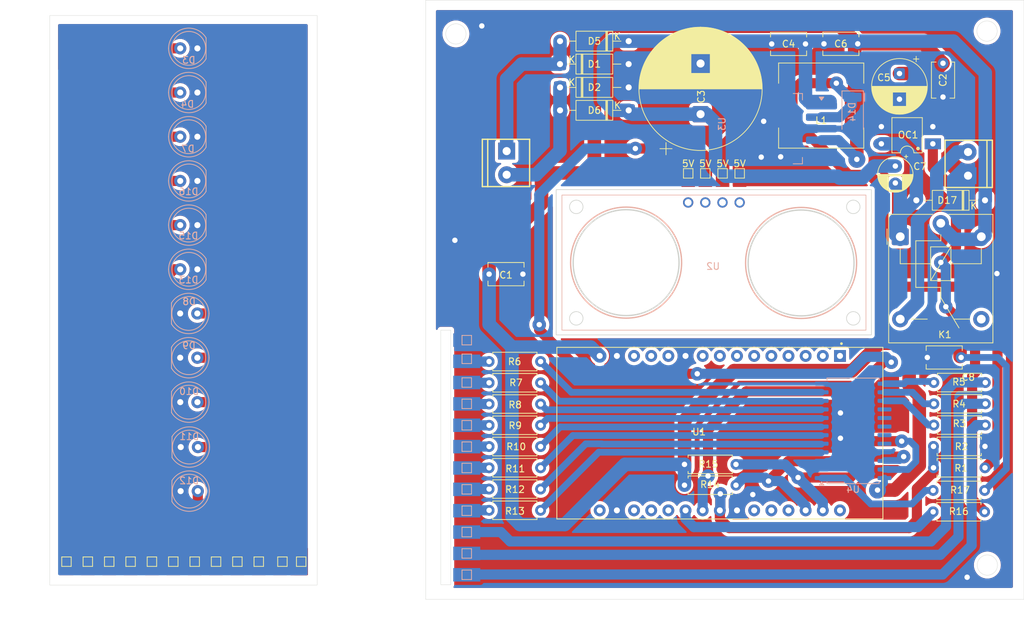
<source format=kicad_pcb>
(kicad_pcb (version 20241229) (generator "pcbnew") (generator_version "9.0")
  (layers (0 "F.Cu" signal) (2 "B.Cu" signal) (13 "F.Paste" user) (15 "B.Paste" user) (5 "F.SilkS" user "F.Silkscreen") (7 "B.SilkS" user "B.Silkscreen") (1 "F.Mask" user) (3 "B.Mask" user) (25 "Edge.Cuts" user))
  (net 0 "")
  (net 1 "/TRIG")
  (net 2 "GND")
  (net 3 "/PUMP_ON{slash}OFF")
  (net 4 "3V3")
  (net 5 "Net-(U2-ECHO)")
  (net 6 "Net-(U4-~{INT})")
  (net 7 "3V3_1")
  (net 9 "/SDA")
  (net 12 "/SCL")
  (net 13 "/ECHO")
  (net 15 "+5V")
  (net 23 "3V3_2")
  (net 28 "VIN")
  (net 29 "Net-(D17-A)")
  (net 30 "Net-(D1-K)")
  (net 31 "Net-(D2-K)")
  (net 32 "Net-(D3-A)")
  (net 33 "Net-(D4-A)")
  (net 34 "Net-(D7-A)")
  (net 35 "Net-(D8-A)")
  (net 36 "Net-(D9-A)")
  (net 37 "Net-(D10-A)")
  (net 38 "Net-(D11-A)")
  (net 39 "Net-(D12-A)")
  (net 40 "Net-(D13-A)")
  (net 41 "Net-(D14-K)")
  (net 42 "Net-(D15-A)")
  (net 43 "Net-(D16-A)")
  (net 45 "Net-(OC1-Pad1)")
  (net 46 "/0%")
  (net 47 "/10%")
  (net 48 "/20%")
  (net 50 "/30%")
  (net 51 "/40%")
  (net 52 "/50%")
  (net 53 "/60%")
  (net 54 "/70%")
  (net 55 "/80%")
  (net 56 "/90%")
  (net 57 "/100%")
  (net 64 "Net-(J2-Pin_2)")
  (footprint "Capacitor_THT:C_Disc_D5.1mm_W3.2mm_P5.00mm" (layer "F.Cu") (at 222.093669 111.304091 180)
    (property "Reference" "C8")
    (property "Value" "100nF")
  )
  (footprint "TestPoint:TestPoint_Pad_1.0x1.0mm" (layer "F.Cu") (at 89.678636 141.52325)
    (property "Reference" "5V" (hide yes))
    (property "Value" "TestPoint_Pad_1.0x1.0mm")
  )
  (footprint "Inductor_SMD:L_12x12mm_H4.5mm" (layer "F.Cu") (at 201.384091 74.024091)
    (property "Reference" "L1")
    (property "Value" "33uH")
  )
  (footprint "TestPoint:TestPoint_Pad_1.0x1.0mm" (layer "F.Cu") (at 105.49 141.52325)
    (property "Reference" "5V" (hide yes))
    (property "Value" "TestPoint_Pad_1.0x1.0mm")
  )
  (footprint "Capacitor_THT:C_Disc_D5.1mm_W3.2mm_P5.00mm" (layer "F.Cu") (at 152.234091 98.969091)
    (property "Reference" "C1")
    (property "Value" "100nF")
  )
  (footprint "Resistor_THT:R_Axial_DIN0207_L6.3mm_D2.5mm_P7.62mm_Horizontal" (layer "F.Cu") (at 188.769091 130.209091 180)
    (property "Reference" "R14")
    (property "Value" "10k")
  )
  (footprint "Relay_THT:Relay_SPDT_Finder_36.11" (layer "F.Cu") (at 213.084091 93.429091)
    (property "Reference" "K1")
    (property "Value" "10A RELAY")
  )
  (footprint "TestPoint:TestPoint_Pad_1.0x1.0mm" (layer "F.Cu") (at 186.789091 84.059091)
    (property "Reference" "5V")
    (property "Value" "TestPoint_Pad_1.0x1.0mm")
  )
  (footprint "TestPoint:TestPoint_Pad_1.0x1.0mm" (layer "F.Cu") (at 124.413636 141.52325)
    (property "Reference" "5V" (hide yes))
    (property "Value" "TestPoint_Pad_1.0x1.0mm")
  )
  (footprint "TestPoint:TestPoint_Pad_1.0x1.0mm" (layer "F.Cu") (at 181.699091 84.059091)
    (property "Reference" "5V")
    (property "Value" "TestPoint_Pad_1.0x1.0mm")
  )
  (footprint "TestPoint:TestPoint_Pad_1.0x1.0mm" (layer "F.Cu") (at 108.652272 141.52325)
    (property "Reference" "5V" (hide yes))
    (property "Value" "TestPoint_Pad_1.0x1.0mm")
  )
  (footprint "TestPoint:TestPoint_Pad_1.0x1.0mm" (layer "F.Cu") (at 121.643636 141.52325)
    (property "Reference" "5V" (hide yes))
    (property "Value" "TestPoint_Pad_1.0x1.0mm")
  )
  (footprint "TestPoint:TestPoint_Pad_1.0x1.0mm" (layer "F.Cu") (at 118.139091 141.52325)
    (property "Reference" "5V" (hide yes))
    (property "Value" "TestPoint_Pad_1.0x1.0mm")
  )
  (footprint "Resistor_THT:R_Axial_DIN0207_L6.3mm_D2.5mm_P7.62mm_Horizontal" (layer "F.Cu") (at 159.854091 124.486364 180)
    (property "Reference" "R10")
    (property "Value" "220")
  )
  (footprint "Diode_THT:D_A-405_P10.16mm_Horizontal" (layer "F.Cu") (at 162.729091 71.329091)
    (property "Reference" "D2")
    (property "Value" "1N4007")
  )
  (footprint "TestPoint:TestPoint_Pad_1.0x1.0mm" (layer "F.Cu") (at 102.327727 141.52325)
    (property "Reference" "5V" (hide yes))
    (property "Value" "TestPoint_Pad_1.0x1.0mm")
  )
  (footprint "Resistor_THT:R_Axial_DIN0207_L6.3mm_D2.5mm_P7.62mm_Horizontal" (layer "F.Cu") (at 218.058669 115.014091)
    (property "Reference" "R5")
    (property "Value" "220")
  )
  (footprint "Diode_THT:D_A-405_P10.16mm_Horizontal" (layer "F.Cu") (at 172.889091 74.724091 180)
    (property "Reference" "D6")
    (property "Value" "1N4007")
  )
  (footprint "TestPoint:TestPoint_Pad_1.0x1.0mm" (layer "F.Cu") (at 111.814545 141.52325)
    (property "Reference" "5V" (hide yes))
    (property "Value" "TestPoint_Pad_1.0x1.0mm")
  )
  (footprint "Resistor_THT:R_Axial_DIN0207_L6.3mm_D2.5mm_P7.62mm_Horizontal" (layer "F.Cu") (at 218.058669 121.305909)
    (property "Reference" "R3")
    (property "Value" "220")
  )
  (footprint "Resistor_THT:R_Axial_DIN0207_L6.3mm_D2.5mm_P7.62mm_Horizontal" (layer "F.Cu") (at 159.854091 115.048636 180)
    (property "Reference" "R7")
    (property "Value" "220")
  )
  (footprint "TestPoint:TestPoint_Pad_1.0x1.0mm" (layer "F.Cu") (at 99.165454 141.52325)
    (property "Reference" "5V" (hide yes))
    (property "Value" "TestPoint_Pad_1.0x1.0mm")
  )
  (footprint "Resistor_THT:R_Axial_DIN0207_L6.3mm_D2.5mm_P7.62mm_Horizontal" (layer "F.Cu") (at 159.854091 127.632273 180)
    (property "Reference" "R11")
    (property "Value" "220")
  )
  (footprint "Resistor_THT:R_Axial_DIN0207_L6.3mm_D2.5mm_P7.62mm_Horizontal" (layer "F.Cu") (at 159.854091 111.902727 180)
    (property "Reference" "R6")
    (property "Value" "220")
  )
  (footprint "Resistor_THT:R_Axial_DIN0207_L6.3mm_D2.5mm_P7.62mm_Horizontal" (layer "F.Cu") (at 159.854091 121.340455 180)
    (property "Reference" "R9")
    (property "Value" "330")
  )
  (footprint "TestPoint:TestPoint_Pad_1.0x1.0mm" (layer "F.Cu") (at 96.003181 141.52325)
    (property "Reference" "5V" (hide yes))
    (property "Value" "TestPoint_Pad_1.0x1.0mm")
  )
  (footprint "TestPoint:TestPoint_Pad_1.0x1.0mm" (layer "F.Cu") (at 92.840909 141.52325)
    (property "Reference" "5V" (hide yes))
    (property "Value" "TestPoint_Pad_1.0x1.0mm")
  )
  (footprint "Resistor_THT:R_Axial_DIN0207_L6.3mm_D2.5mm_P7.62mm_Horizontal" (layer "F.Cu") (at 218.003669 127.629091)
    (property "Reference" "R1")
    (property "Value" "1K")
  )
  (footprint "PCM_Package_DIP_AKL:DIP-4_W7.62mm_LongPads" (layer "F.Cu") (at 217.909091 79.679091 180)
    (property "Reference" "OC1")
    (property "Value" "PC817" (hide yes))
  )
  (footprint "Resistor_THT:R_Axial_DIN0207_L6.3mm_D2.5mm_P7.62mm_Horizontal" (layer "F.Cu") (at 217.953669 130.984091)
    (property "Reference" "R17")
    (property "Value" "10k")
  )
  (footprint "Capacitor_THT:C_Disc_D5.1mm_W3.2mm_P5.00mm" (layer "F.Cu") (at 219.414091 67.754091 -90)
    (property "Reference" "C2")
    (property "Value" "100nF")
  )
  (footprint "Resistor_THT:R_Axial_DIN0207_L6.3mm_D2.5mm_P7.62mm_Horizontal" (layer "F.Cu") (at 159.854091 118.194546 180)
    (property "Reference" "R8")
    (property "Value" "220")
  )
  (footprint "TestPoint:TestPoint_Pad_1.0x1.0mm" (layer "F.Cu") (at 114.976818 141.52325)
    (property "Reference" "5V" (hide yes))
    (property "Value" "TestPoint_Pad_1.0x1.0mm")
  )
  (footprint "Capacitor_THT:CP_Radial_D5.0mm_P2.50mm" (layer "F.Cu") (at 212.359091 82.974091 -90)
    (property "Reference" "C7")
    (property "Value" "10uF_16V")
  )
  (footprint "TestPoint:TestPoint_Pad_1.0x1.0mm" (layer "F.Cu") (at 184.234091 84.059091)
    (property "Reference" "5V")
    (property "Value" "TestPoint_Pad_1.0x1.0mm")
  )
  (footprint "PCM_SparkFun-Connector:ScrewTerminal_1x02_P3.5mm_Horizontal_Black" (layer "F.Cu") (at 154.829091 80.759091 -90)
    (property "Reference" "J1")
    (property "Value" "12VAC_IN")
  )
  (footprint "Diode_THT:D_A-405_P10.16mm_Horizontal" (layer "F.Cu") (at 172.889091 64.484091 180)
    (property "Reference" "D5")
    (property "Value" "1N4007")
  )
  (footprint "Diode_THT:D_A-405_P10.16mm_Horizontal" (layer "F.Cu") (at 225.629091 88.039091 180)
    (property "Reference" "D17")
    (property "Value" "1N4007")
  )
  (footprint "Footprint:nodemcu" (layer "F.Cu") (at 186.384091 122.504091 -90)
    (property "Reference" "U1")
    (property "Value" "ESP8266 NODEMCU")
  )
  (footprint "TestPoint:TestPoint_Pad_1.0x1.0mm" (layer "F.Cu") (at 189.314091 84.059091)
    (property "Reference" "5V")
    (property "Value" "TestPoint_Pad_1.0x1.0mm")
  )
  (footprint "Capacitor_THT:C_Disc_D5.1mm_W3.2mm_P5.00mm" (layer "F.Cu") (at 199.059091 64.899091 180)
    (property "Reference" "C4")
    (property "Value" "100nF")
  )
  (footprint "Capacitor_THT:CP_Radial_D8.0mm_P3.80mm" (layer "F.Cu") (at 212.969091 69.279091 -90)
    (property "Reference" "C5")
    (property "Value" "220uF_16V")
  )
  (footprint "Resistor_THT:R_Axial_DIN0207_L6.3mm_D2.5mm_P7.62mm_Horizontal" (layer "F.Cu") (at 159.854091 133.924091 180)
    (property "Reference" "R13")
    (property "Value" "220")
  )
  (footprint "Capacitor_THT:C_Disc_D5.1mm_W3.2mm_P5.00mm" (layer "F.Cu") (at 206.794091 64.879091 180)
    (property "Reference" "C6")
    (property "Value" "100nF")
  )
  (footprint "Resistor_THT:R_Axial_DIN0207_L6.3mm_D2.5mm_P7.62mm_Horizontal" (layer "F.Cu") (at 188.769091 127.129091 180)
    (property "Reference" "R15")
    (property "Value" "10k")
  )
  (footprint "Resistor_THT:R_Axial_DIN0207_L6.3mm_D2.5mm_P7.62mm_Horizontal" (layer "F.Cu") (at 225.623669 124.464091 180)
    (property "Reference" "R2")
    (property "Value" "2K")
  )
  (footprint "Resistor_THT:R_Axial_DIN0207_L6.3mm_D2.5mm_P7.62mm_Horizontal" (layer "F.Cu") (at 159.854091 130.778182 180)
    (property "Reference" "R12")
    (property "Value" "220")
  )
  (footprint "Resistor_THT:R_Axial_DIN0207_L6.3mm_D2.5mm_P7.62mm_Horizontal" (layer "F.Cu") (at 225.573669 134.149091 180)
    (property "Reference" "R16")
    (property "Value" "150")
  )
  (footprint "Diode_THT:D_A-405_P10.16mm_Horizontal" (layer "F.Cu") (at 162.724091 67.884091)
    (property "Reference" "D1")
    (property "Value" "1N4007")
  )
  (footprint "Resistor_THT:R_Axial_DIN0207_L6.3mm_D2.5mm_P7.62mm_Horizontal" (layer "F.Cu") (at 218.058669 118.16)
    (property "Reference" "R4")
    (property "Value" "220")
  )
  (footprint "PCM_SparkFun-Connector:ScrewTerminal_1x02_P3.5mm_Horizontal_Black" (layer "F.Cu") (at 223.119091 84.394091 90)
    (property "Reference" "J2")
    (property "Value" "PUMP")
  )
  (footprint "Capacitor_THT:CP_Radial_D18.0mm_P7.50mm" (layer "F.Cu") (at 183.529091 75.294091 90)
    (property "Reference" "C3")
    (property "Value" "2200uF_25V")
  )
  (footprint "LED_THT:LED_D5.0mm" (layer "B.Cu") (at 106.51 111.34)
    (property "Reference" "D9")
    (property "Value" "LED_75%")
  )
  (footprint "TestPoint:TestPoint_Pad_1.0x1.0mm" (layer "B.Cu") (at 148.924091 115.01 90)
    (property "Reference" "5V" (hide yes))
    (property "Value" "TestPoint_Pad_1.0x1.0mm")
  )
  (footprint "LED_THT:LED_D5.0mm" (layer "B.Cu") (at 106.575 131.085)
    (property "Reference" "D12")
    (property "Value" "LED_25%")
  )
  (footprint "TestPoint:TestPoint_Pad_1.0x1.0mm" (layer "B.Cu") (at 148.924091 127.659091 90)
    (property "Reference" "5V" (hide yes))
    (property "Value" "TestPoint_Pad_1.0x1.0mm")
  )
  (footprint "TestPoint:TestPoint_Pad_1.0x1.0mm" (layer "B.Cu") (at 148.924091 143.470455 90)
    (property "Reference" "5V" (hide yes))
    (property "Value" "TestPoint_Pad_1.0x1.0mm")
  )
  (footprint "LED_THT:LED_D5.0mm" (layer "B.Cu") (at 109.055 98.2555 180)
    (property "Reference" "D13")
    (property "Value" "LED_50%")
  )
  (footprint "LED_THT:LED_D5.0mm" (layer "B.Cu") (at 109.055 85.1733 180)
    (property "Reference" "D16")
    (property "Value" "LED_100%")
  )
  (footprint "TestPoint:TestPoint_Pad_1.0x1.0mm" (layer "B.Cu") (at 148.924091 111.505455 90)
    (property "Reference" "5V" (hide yes))
    (property "Value" "TestPoint_Pad_1.0x1.0mm")
  )
  (footprint "LED_THT:LED_D5.0mm" (layer "B.Cu") (at 109.055 72.0911 180)
    (property "Reference" "D4")
    (property "Value" "LED_0%")
  )
  (footprint "TestPoint:TestPoint_Pad_1.0x1.0mm" (layer "B.Cu") (at 148.924091 121.334546 90)
    (property "Reference" "5V" (hide yes))
    (property "Value" "TestPoint_Pad_1.0x1.0mm")
  )
  (footprint "TestPoint:TestPoint_Pad_1.0x1.0mm" (layer "B.Cu") (at 148.924091 130.821364 90)
    (property "Reference" "5V" (hide yes))
    (property "Value" "TestPoint_Pad_1.0x1.0mm")
  )
  (footprint "LED_THT:LED_D5.0mm" (layer "B.Cu") (at 106.52 117.915)
    (property "Reference" "D10")
    (property "Value" "LED_100%")
  )
  (footprint "LED_THT:LED_D5.0mm" (layer "B.Cu") (at 109.055 78.6322 180)
    (property "Reference" "D7")
    (property "Value" "LED_25%")
  )
  (footprint "LED_THT:LED_D5.0mm" (layer "B.Cu") (at 109.055 65.55 180)
    (property "Reference" "D3")
    (property "Value" "LED_0%")
  )
  (footprint "TestPoint:TestPoint_Pad_1.0x1.0mm" (layer "B.Cu") (at 148.924091 133.983637 90)
    (property "Reference" "5V" (hide yes))
    (property "Value" "TestPoint_Pad_1.0x1.0mm")
  )
  (footprint "LED_THT:LED_D5.0mm" (layer "B.Cu") (at 106.505 104.79)
    (property "Reference" "D8")
    (property "Value" "LED_50%")
  )
  (footprint "Package_TO_SOT_SMD:TO-263-5_TabPin3" (layer "B.Cu") (at 193.779091 77.439091 180)
    (property "Reference" "U3")
    (property "Value" "LM2596S-5V")
  )
  (footprint "TestPoint:TestPoint_Pad_1.0x1.0mm" (layer "B.Cu") (at 148.924091 140.308182 90)
    (property "Reference" "5V" (hide yes))
    (property "Value" "TestPoint_Pad_1.0x1.0mm")
  )
  (footprint "TestPoint:TestPoint_Pad_1.0x1.0mm" (layer "B.Cu") (at 148.924091 108.735455 90)
    (property "Reference" "5V" (hide yes))
    (property "Value" "TestPoint_Pad_1.0x1.0mm")
  )
  (footprint "LED_THT:LED_D5.0mm" (layer "B.Cu") (at 106.595 124.565)
    (property "Reference" "D11")
    (property "Value" "LED_0%")
  )
  (footprint "LED_THT:LED_D5.0mm" (layer "B.Cu") (at 109.055 91.7144 180)
    (property "Reference" "D15")
    (property "Value" "LED_75%")
  )
  (footprint "TestPoint:TestPoint_Pad_1.0x1.0mm" (layer "B.Cu") (at 148.924091 137.14591 90)
    (property "Reference" "5V" (hide yes))
    (property "Value" "TestPoint_Pad_1.0x1.0mm")
  )
  (footprint "TestPoint:TestPoint_Pad_1.0x1.0mm" (layer "B.Cu") (at 148.924091 118.172273 90)
    (property "Reference" "5V" (hide yes))
    (property "Value" "TestPoint_Pad_1.0x1.0mm")
  )
  (footprint "TestPoint:TestPoint_Pad_1.0x1.0mm" (layer "B.Cu") (at 148.924091 124.496819 90)
    (property "Reference" "5V" (hide yes))
    (property "Value" "TestPoint_Pad_1.0x1.0mm")
  )
  (footprint "Footprint:XCVR_HC-SR04" (layer "B.Cu") (at 185.384091 97.814091)
    (property "Reference" "U2")
    (property "Value" "HC-SR04")
    (fp_rect (start -23.225 10.15) (end 23.425 -11.35) (stroke (width 0.1)) (fill no) (layer "Edge.Cuts"))
    (fp_circle (center -20.25 -8.8) (end -19.25 -8.8) (stroke (width 0.1)) (fill no) (layer "Edge.Cuts"))
    (fp_circle (center -20.25 7.7) (end -19.25 7.7) (stroke (width 0.1)) (fill no) (layer "Edge.Cuts"))
    (fp_circle (center -12.875 -0.548152) (end -7.333957 -6.089195) (stroke (width 0.2)) (fill no) (layer "Edge.Cuts"))
    (fp_circle (center 13.025 -0.5) (end 18.566043 -6.041043) (stroke (width 0.2)) (fill no) (layer "Edge.Cuts"))
    (fp_circle (center 20.75 -8.8) (end 21.75 -8.8) (stroke (width 0.1)) (fill no) (layer "Edge.Cuts"))
    (fp_circle (center 20.75 7.7) (end 21.75 7.7) (stroke (width 0.1)) (fill no) (layer "Edge.Cuts"))
  )
  (footprint "Package_SO:SOIC-24W_7.5x15.4mm_P1.27mm" (layer "B.Cu") (at 206.104091 122.169091)
    (property "Reference" "U4")
    (property "Value" "PCA9555D")
  )
  (footprint "Diode_SMD:D_2010_5025Metric" (layer "B.Cu") (at 206.044091 75.034091 -90)
    (property "Reference" "D14")
    (property "Value" "1N5824")
  )
  (gr_circle (center 225.979091 142.029091) (end 227.479091 142.029091) (stroke (width 0.05)) (fill no) (layer "Edge.Cuts"))
  (gr_rect (start 145.090341 107.259091) (end 146.567841 144.934091) (stroke (width 0.05)) (fill no) (layer "Edge.Cuts"))
  (gr_circle (center 225.929091 62.994091) (end 227.429091 62.994091) (stroke (width 0.05)) (fill no) (layer "Edge.Cuts"))
  (gr_rect (start 87.21 60.69) (end 126.78 144.99) (stroke (width 0.05)) (fill no) (layer "Edge.Cuts"))
  (gr_circle (center 147.319091 63.414091) (end 148.819091 63.414091) (stroke (width 0.05)) (fill no) (layer "Edge.Cuts"))
  (gr_rect (start 142.849091 58.419091) (end 231.394091 147.114091) (stroke (width 0.05)) (fill no) (layer "Edge.Cuts"))
  (segment (start 184.634091 121.974091) (end 184.634091 128.839091) (width 1.5) (layer "F.Cu") (net 1))
  (segment (start 211.634091 111.889091) (end 210.719091 111.889091) (width 1.5) (layer "F.Cu") (net 1))
  (segment (start 166.14491 113.719091) (end 159.654091 107.228272) (width 1.5) (layer "F.Cu") (net 1))
  (segment (start 159.654091 107.228272) (end 159.654091 106.444091) (width 1.5) (layer "F.Cu") (net 1))
  (segment (start 183.039091 113.719091) (end 166.14491 113.719091) (width 1.5) (layer "F.Cu") (net 1))
  (segment (start 190.299091 116.309091) (end 184.634091 121.974091) (width 1.5) (layer "F.Cu") (net 1))
  (segment (start 210.719091 111.889091) (end 206.299091 116.309091) (width 1.5) (layer "F.Cu") (net 1))
  (segment (start 184.234091 84.059091) (end 184.234091 81.492091) (width 1.5) (layer "F.Cu") (net 1))
  (segment (start 184.234091 81.492091) (end 183.121091 80.379091) (width 1.5) (layer "F.Cu") (net 1))
  (segment (start 211.754091 112.009091) (end 211.634091 111.889091) (width 1.5) (layer "F.Cu") (net 1))
  (segment (start 183.121091 80.379091) (end 173.879091 80.379091) (width 1.5) (layer "F.Cu") (net 1))
  (segment (start 206.299091 116.309091) (end 190.299091 116.309091) (width 1.5) (layer "F.Cu") (net 1))
  (via (at 159.654091 106.444091) (size 2) (drill 0.8) (layers "F.Cu" "B.Cu") (net 1))
  (via (at 183.039091 113.719091) (size 2) (drill 0.8) (layers "F.Cu" "B.Cu") (net 1))
  (via (at 184.634091 128.839091) (size 2) (drill 0.8) (layers "F.Cu" "B.Cu") (net 1))
  (via (at 173.879091 80.379091) (size 2) (drill 0.8) (layers "F.Cu" "B.Cu") (net 1))
  (via (at 211.754091 112.009091) (size 2) (drill 0.8) (layers "F.Cu" "B.Cu") (net 1))
  (segment (start 205.399091 113.719091) (end 207.909091 111.209091) (width 1.5) (layer "B.Cu") (net 1))
  (segment (start 207.909091 111.209091) (end 210.954091 111.209091) (width 1.5) (layer "B.Cu") (net 1))
  (segment (start 210.954091 111.209091) (end 211.754091 112.009091) (width 1.5) (layer "B.Cu") (net 1))
  (segment (start 183.039091 113.719091) (end 205.399091 113.719091) (width 1.5) (layer "B.Cu") (net 1))
  (segment (start 173.879091 80.379091) (end 166.47491 80.379091) (width 1.5) (layer "B.Cu") (net 1))
  (segment (start 166.47491 80.379091) (end 159.654091 87.19991) (width 1.5) (layer "B.Cu") (net 1))
  (segment (start 159.654091 87.19991) (end 159.654091 106.444091) (width 1.5) (layer "B.Cu") (net 1))
  (segment (start 183.844091 129.629091) (end 184.634091 128.839091) (width 1.5) (layer "B.Cu") (net 1))
  (segment (start 183.844091 133.934091) (end 183.844091 129.629091) (width 1.5) (layer "B.Cu") (net 1))
  (via (at 204.234091 123.259091) (size 2) (drill 0.8) (layers "F.Cu" "B.Cu") (net 2))
  (via (at 147.164091 93.959091) (size 2) (drill 0.8) (layers "F.Cu" "B.Cu") (net 2))
  (via (at 195.384091 81.604091) (size 2) (drill 0.8) (layers "F.Cu" "B.Cu") (net 2))
  (via (at 192.869091 76.349091) (size 2) (drill 0.8) (layers "F.Cu" "B.Cu") (net 2))
  (via (at 227.394091 98.884091) (size 2) (drill 0.8) (layers "F.Cu" "B.Cu") (net 2))
  (via (at 222.984091 143.829091) (size 2) (drill 0.8) (layers "F.Cu" "B.Cu") (net 2))
  (via (at 204.234091 119.514091) (size 2) (drill 0.8) (layers "F.Cu" "B.Cu") (net 2))
  (via (at 191.259091 131.594091) (size 2) (drill 0.8) (layers "F.Cu" "B.Cu") (net 2))
  (via (at 192.509091 81.649091) (size 2) (drill 0.8) (layers "F.Cu" "B.Cu") (net 2))
  (via (at 151.149091 62.234091) (size 2) (drill 0.8) (layers "F.Cu" "B.Cu") (net 2))
  (segment (start 172.884091 67.884091) (end 183.439091 67.884091) (width 2) (layer "B.Cu") (net 2))
  (segment (start 183.439091 67.884091) (end 183.529091 67.794091) (width 2) (layer "B.Cu") (net 2))
  (segment (start 172.884091 67.884091) (end 172.884091 71.324091) (width 2) (layer "B.Cu") (net 2))
  (segment (start 172.884091 71.324091) (end 172.889091 71.329091) (width 2) (layer "B.Cu") (net 2))
  (segment (start 106.53 117.925) (end 106.52 117.915) (width 2) (layer "B.Cu") (net 2))
  (segment (start 181.304091 133.934091) (end 181.304091 135.173366) (width 1.5) (layer "B.Cu") (net 3))
  (segment (start 182.539816 136.409091) (end 215.693669 136.409091) (width 1.5) (layer "B.Cu") (net 3))
  (segment (start 181.304091 135.173366) (end 182.539816 136.409091) (width 1.5) (layer "B.Cu") (net 3))
  (segment (start 217.953669 134.149091) (end 215.693669 136.409091) (width 1.5) (layer "B.Cu") (net 3))
  (segment (start 210.604091 86.336801) (end 208.547381 84.280091) (width 1.5) (layer "F.Cu") (net 5))
  (segment (start 208.547381 84.280091) (end 205.480091 84.280091) (width 1.5) (layer "F.Cu") (net 5))
  (segment (start 186.789091 79.974091) (end 186.789091 84.059091) (width 1.5) (layer "F.Cu") (net 5))
  (segment (start 225.623669 127.629091) (end 227.474669 125.778091) (width 1.5) (layer "F.Cu") (net 5))
  (segment (start 199.894091 78.694091) (end 188.069091 78.694091) (width 1.5) (layer "F.Cu") (net 5))
  (segment (start 205.480091 84.280091) (end 199.894091 78.694091) (width 1.5) (layer "F.Cu") (net 5))
  (segment (start 211.914091 100.834091) (end 210.604091 99.524091) (width 1.5) (layer "F.Cu") (net 5))
  (segment (start 210.604091 99.524091) (end 210.604091 86.336801) (width 1.5) (layer "F.Cu") (net 5))
  (segment (start 227.474669 125.778091) (end 227.474669 102.379669) (width 1.5) (layer "F.Cu") (net 5))
  (segment (start 227.474669 102.379669) (end 225.929091 100.834091) (width 1.5) (layer "F.Cu") (net 5))
  (segment (start 188.069091 78.694091) (end 186.789091 79.974091) (width 1.5) (layer "F.Cu") (net 5))
  (segment (start 225.929091 100.834091) (end 211.914091 100.834091) (width 1.5) (layer "F.Cu") (net 5))
  (segment (start 208.729091 132.979091) (end 214.827299 132.979091) (width 1) (layer "B.Cu") (net 6))
  (segment (start 216.822299 130.984091) (end 217.953669 130.984091) (width 1) (layer "B.Cu") (net 6))
  (segment (start 204.904091 129.154091) (end 208.729091 132.979091) (width 1) (layer "B.Cu") (net 6))
  (segment (start 214.827299 132.979091) (end 216.822299 130.984091) (width 1) (layer "B.Cu") (net 6))
  (segment (start 201.454091 129.154091) (end 204.904091 129.154091) (width 1) (layer "B.Cu") (net 6))
  (segment (start 193.579091 129.594091) (end 196.519091 126.654091) (width 1.5) (layer "F.Cu") (net 9))
  (segment (start 207.414091 123.694091) (end 213.294091 123.694091) (width 1.5) (layer "F.Cu") (net 9))
  (segment (start 204.454091 126.654091) (end 207.414091 123.694091) (width 1.5) (layer "F.Cu") (net 9))
  (segment (start 196.519091 126.654091) (end 204.454091 126.654091) (width 1.5) (layer "F.Cu") (net 9))
  (via (at 193.579091 129.594091) (size 2) (drill 0.8) (layers "F.Cu" "B.Cu") (net 9))
  (via (at 213.294091 123.694091) (size 2) (drill 0.8) (layers "F.Cu" "B.Cu") (net 9))
  (segment (start 189.879091 129.099091) (end 188.769091 130.209091) (width 1.5) (layer "B.Cu") (net 9))
  (segment (start 214.228176 127.884091) (end 215.391333 126.720934) (width 1) (layer "B.Cu") (net 9))
  (segment (start 211.325397 127.884091) (end 214.228176 127.884091) (width 1) (layer "B.Cu") (net 9))
  (segment (start 195.404091 129.594091) (end 193.579091 129.594091) (width 1.5) (layer "B.Cu") (net 9))
  (segment (start 215.391333 126.720934) (end 215.391333 124.526333) (width 1) (layer "B.Cu") (net 9))
  (segment (start 199.084091 133.934091) (end 199.084091 133.274091) (width 1.5) (layer "B.Cu") (net 9))
  (segment (start 215.391333 124.526333) (end 214.559091 123.694091) (width 1) (layer "B.Cu") (net 9))
  (segment (start 193.084091 129.099091) (end 189.879091 129.099091) (width 1.5) (layer "B.Cu") (net 9))
  (segment (start 214.559091 123.694091) (end 213.294091 123.694091) (width 1) (layer "B.Cu") (net 9))
  (segment (start 211.293397 127.852091) (end 211.325397 127.884091) (width 1) (layer "B.Cu") (net 9))
  (segment (start 199.084091 133.274091) (end 195.404091 129.594091) (width 1.5) (layer "B.Cu") (net 9))
  (segment (start 210.754091 127.852091) (end 211.293397 127.852091) (width 1) (layer "B.Cu") (net 9))
  (segment (start 193.579091 129.594091) (end 193.084091 129.099091) (width 1.5) (layer "B.Cu") (net 9))
  (segment (start 208.768247 125.974935) (end 213.590333 125.974935) (width 1.5) (layer "F.Cu") (net 12))
  (segment (start 213.590333 125.974935) (end 213.590333 126.115589) (width 1) (layer "F.Cu") (net 12))
  (segment (start 197.960361 129.069311) (end 205.673871 129.069311) (width 1.5) (layer "F.Cu") (net 12))
  (segment (start 205.673871 129.069311) (end 208.768247 125.974935) (width 1.5) (layer "F.Cu") (net 12))
  (via (at 197.960361 129.069311) (size 2) (drill 0.8) (layers "F.Cu" "B.Cu") (net 12))
  (via (at 213.590333 125.974935) (size 2) (drill 0.8) (layers "F.Cu" "B.Cu") (net 12))
  (segment (start 213.015177 126.550091) (end 210.754091 126.550091) (width 1) (layer "B.Cu") (net 12))
  (segment (start 201.624091 132.733041) (end 197.960361 129.069311) (width 1.5) (layer "B.Cu") (net 12))
  (segment (start 213.590333 125.974935) (end 213.015177 126.550091) (width 1) (layer "B.Cu") (net 12))
  (segment (start 196.020141 127.129091) (end 196.435141 127.544091) (width 1.5) (layer "B.Cu") (net 12))
  (segment (start 188.769091 127.129091) (end 196.020141 127.129091) (width 1.5) (layer "B.Cu") (net 12))
  (segment (start 201.624091 133.934091) (end 201.624091 132.733041) (width 1.5) (layer "B.Cu") (net 12))
  (segment (start 201.624091 132.733041) (end 196.435141 127.544091) (width 1.5) (layer "B.Cu") (net 12))
  (segment (start 197.960361 129.069311) (end 196.435141 127.544091) (width 1.5) (layer "B.Cu") (net 12))
  (segment (start 218.003669 127.629091) (end 218.003669 128.457803) (width 1.5) (layer "F.Cu") (net 13))
  (segment (start 215.549091 130.704091) (end 218.019863 128.233319) (width 1.5) (layer "F.Cu") (net 13))
  (segment (start 215.549091 135.399091) (end 215.549091 130.704091) (width 1.5) (layer "F.Cu") (net 13))
  (segment (start 186.454091 134.189705) (end 186.454091 131.484091) (width 1.5) (layer "F.Cu") (net 13))
  (segment (start 214.394091 136.554091) (end 215.549091 135.399091) (width 1.5) (layer "F.Cu") (net 13))
  (segment (start 187.764816 136.554091) (end 214.394091 136.554091) (width 1.5) (layer "F.Cu") (net 13))
  (segment (start 186.384091 135.173366) (end 187.764816 136.554091) (width 1.5) (layer "F.Cu") (net 13))
  (segment (start 218.019863 128.233319) (end 218.019863 127.645285) (width 1.5) (layer "F.Cu") (net 13))
  (segment (start 186.384091 133.934091) (end 186.384091 135.173366) (width 1.5) (layer "F.Cu") (net 13))
  (via (at 186.454091 131.484091) (size 2) (drill 0.8) (layers "F.Cu" "B.Cu") (net 13))
  (segment (start 186.454091 133.864091) (end 186.384091 133.934091) (width 1.5) (layer "B.Cu") (net 13))
  (segment (start 186.454091 131.484091) (end 186.454091 133.864091) (width 1.5) (layer "B.Cu") (net 13))
  (segment (start 218.003669 127.629091) (end 218.003669 124.464091) (width 1.5) (layer "B.Cu") (net 13))
  (segment (start 206.794091 64.879091) (end 216.539091 64.879091) (width 2) (layer "F.Cu") (net 15))
  (segment (start 181.159091 127.544091) (end 181.159091 120.569091) (width 2) (layer "F.Cu") (net 15))
  (segment (start 167.809091 83.934091) (end 167.749091 83.994091) (width 2) (layer "F.Cu") (net 15))
  (segment (start 167.809091 64.139091) (end 167.809091 66.904091) (width 2) (layer "F.Cu") (net 15))
  (segment (start 221.936091 110.116091) (end 221.023091 109.203091) (width 2) (layer "F.Cu") (net 15))
  (segment (start 215.902669 116.978954) (end 215.902669 127.285513) (width 2) (layer "F.Cu") (net 15))
  (segment (start 167.809091 81.174091) (end 167.809091 82.239091) (width 2) (layer "F.Cu") (net 15))
  (segment (start 216.223406 109.203091) (end 214.404091 111.022406) (width 2) (layer "F.Cu") (net 15))
  (segment (start 214.404091 111.022406) (end 214.404091 112.564091) (width 2) (layer "F.Cu") (net 15))
  (segment (start 167.809091 82.239091) (end 166.054091 83.994091) (width 2) (layer "F.Cu") (net 15))
  (segment (start 214.404091 109.778091) (end 213.829091 109.203091) (width 2) (layer "F.Cu") (net 15))
  (segment (start 218.469091 109.203091) (end 216.223406 109.203091) (width 2) (layer "F.Cu") (net 15))
  (segment (start 181.689091 83.994091) (end 169.069091 83.994091) (width 2) (layer "F.Cu") (net 15))
  (segment (start 159.994091 88.534091) (end 159.994091 85.394091) (width 2) (layer "F.Cu") (net 15))
  (segment (start 167.809091 80.034091) (end 167.809091 81.174091) (width 2) (layer "F.Cu") (net 15))
  (segment (start 169.069091 83.994091) (end 167.749091 83.994091) (width 2) (layer "F.Cu") (net 15))
  (segment (start 214.404091 112.564091) (end 214.404091 109.778091) (width 2) (layer "F.Cu") (net 15))
  (segment (start 188.476791 113.251391) (end 205.999091 113.251391) (width 2) (layer "F.Cu") (net 15))
  (segment (start 152.234091 98.969091) (end 152.234091 96.294091) (width 2) (layer "F.Cu") (net 15))
  (segment (start 167.749091 83.994091) (end 166.054091 83.994091) (width 2) (layer "F.Cu") (net 15))
  (segment (start 218.469091 109.203091) (end 213.829091 109.203091) (width 2) (layer "F.Cu") (net 15))
  (segment (start 210.047391 109.203091) (end 205.999091 113.251391) (width 2) (layer "F.Cu") (net 15))
  (segment (start 167.809091 66.904091) (end 167.809091 80.034091) (width 2) (layer "F.Cu") (net 15))
  (segment (start 206.659091 74.349091) (end 206.659091 81.979091) (width 2) (layer "F.Cu") (net 15))
  (segment (start 212.969091 69.279091) (end 217.889091 69.279091) (width 2) (layer "F.Cu") (net 15))
  (segment (start 214.404091 115.480377) (end 215.902669 116.978954) (width 2) (layer "F.Cu") (net 15))
  (segment (start 159.994091 85.394091) (end 161.394091 83.994091) (width 2) (layer "F.Cu") (net 15))
  (segment (start 206.334091 65.339091) (end 206.794091 64.879091) (width 2) (layer "F.Cu") (net 15))
  (segment (start 181.159091 120.569091) (end 188.476791 113.251391) (width 2) (layer "F.Cu") (net 15))
  (segment (start 206.334091 74.024091) (end 206.334091 65.339091) (width 2) (layer "F.Cu") (net 15))
  (segment (start 152.234091 96.294091) (end 159.994091 88.534091) (width 2) (layer "F.Cu") (net 15))
  (segment (start 206.794091 64.879091) (end 204.198091 62.283091) (width 2) (layer "F.Cu") (net 15))
  (segment (start 167.809091 81.174091) (end 167.809091 83.934091) (width 2) (layer "F.Cu") (net 15))
  (segment (start 216.539091 64.879091) (end 219.414091 67.754091) (width 2) (layer "F.Cu") (net 15))
  (segment (start 214.404091 111.022406) (end 214.404091 115.480377) (width 2) (layer "F.Cu") (net 15))
  (segment (start 167.809091 81.174091) (end 167.809091 82.734091) (width 2) (layer "F.Cu") (net 15))
  (segment (start 166.054091 83.994091) (end 161.394091 83.994091) (width 2) (layer "F.Cu") (net 15))
  (segment (start 204.198091 62.283091) (end 169.665091 62.283091) (width 2) (layer "F.Cu") (net 15))
  (segment (start 217.889091 69.279091) (end 219.414091 67.754091) (width 2) (layer "F.Cu") (net 15))
  (segment (start 167.809091 82.734091) (end 169.069091 83.994091) (width 2) (layer "F.Cu") (net 15))
  (segment (start 169.665091 62.283091) (end 167.809091 64.139091) (width 2) (layer "F.Cu") (net 15))
  (segment (start 215.902669 127.285513) (end 212.259091 130.929091) (width 2) (layer "F.Cu") (net 15))
  (segment (start 221.936091 111.161963) (end 221.936091 110.116091) (width 2) (layer "F.Cu") (net 15))
  (segment (start 221.023091 109.203091) (end 218.469091 109.203091) (width 2) (layer "F.Cu") (net 15))
  (segment (start 213.829091 109.203091) (end 210.047391 109.203091) (width 2) (layer "F.Cu") (net 15))
  (segment (start 206.334091 74.024091) (end 206.659091 74.349091) (width 2) (layer "F.Cu") (net 15))
  (segment (start 212.259091 130.929091) (end 209.719091 130.929091) (width 2) (layer "F.Cu") (net 15))
  (via (at 206.659091 81.979091) (size 2.5) (drill 0.8) (layers "F.Cu" "B.Cu") (net 15))
  (via (at 209.719091 130.929091) (size 2.5) (drill 0.8) (layers "F.Cu" "B.Cu") (net 15))
  (segment (start 228.793091 127.764669) (end 228.793091 112.578091) (width 1) (layer "B.Cu") (net 15))
  (segment (start 210.754091 129.154091) (end 210.754091 129.894091) (width 1) (layer "B.Cu") (net 15))
  (segment (start 201.429091 79.139091) (end 203.947271 79.139091) (width 1.5) (layer "B.Cu") (net 15))
  (segment (start 181.149091 127.129091) (end 172.329923 127.129091) (width 2) (layer "B.Cu") (net 15))
  (segment (start 168.744923 130.714091) (end 163.433923 136.025091) (width 2) (layer "B.Cu") (net 15))
  (segment (start 227.519091 111.304091) (end 222.093669 111.304091) (width 1) (layer "B.Cu") (net 15))
  (segment (start 181.149091 130.209091) (end 181.149091 127.129091) (width 2) (layer "B.Cu") (net 15))
  (segment (start 171.914923 127.544091) (end 168.744923 130.714091) (width 2) (layer "B.Cu") (net 15))
  (segment (start 225.573669 130.984091) (end 228.793091 127.764669) (width 1) (layer "B.Cu") (net 15))
  (segment (start 167.299091 109.769091) (end 155.614091 109.769091) (width 2) (layer "B.Cu") (net 15))
  (segment (start 228.793091 112.578091) (end 227.519091 111.304091) (width 1) (layer "B.Cu") (net 15))
  (segment (start 155.614091 109.769091) (end 152.234091 106.389091) (width 2) (layer "B.Cu") (net 15))
  (segment (start 163.433923 136.025091) (end 156.800091 136.025091) (width 2) (layer "B.Cu") (net 15))
  (segment (start 206.659091 81.850911) (end 206.659091 81.979091) (width 1.5) (layer "B.Cu") (net 15))
  (segment (start 172.329923 127.129091) (end 171.914923 127.544091) (width 2) (layer "B.Cu") (net 15))
  (segment (start 152.234091 106.389091) (end 152.234091 98.969091) (width 2) (layer "B.Cu") (net 15))
  (segment (start 210.754091 129.894091) (end 209.719091 130.929091) (width 1) (layer "B.Cu") (net 15))
  (segment (start 203.947271 79.139091) (end 206.659091 81.850911) (width 1.5) (layer "B.Cu") (net 15))
  (segment (start 156.800091 136.025091) (end 155.614091 134.839091) (width 2) (layer "B.Cu") (net 15))
  (segment (start 155.614091 134.839091) (end 155.614091 109.769091) (width 2) (layer "B.Cu") (net 15))
  (segment (start 168.604091 111.074091) (end 167.299091 109.769091) (width 2) (layer "B.Cu") (net 15))
  (segment (start 183.529091 75.294091) (end 184.464091 75.294091) (width 2) (layer "B.Cu") (net 28))
  (segment (start 183.529091 75.294091) (end 173.459091 75.294091) (width 2) (layer "B.Cu") (net 28))
  (segment (start 225.629091 88.039091) (end 225.670091 87.998091) (width 2) (layer "B.Cu") (net 28))
  (segment (start 169.174091 73.189091) (end 170.709091 74.724091) (width 2) (layer "B.Cu") (net 28))
  (segment (start 207.505336 84.739091) (end 204.072846 84.739091) (width 2) (layer "B.Cu") (net 28))
  (segment (start 225.629091 93.269091) (end 225.084091 93.814091) (width 2) (layer "B.Cu") (net 28))
  (segment (start 225.084091 93.814091) (end 221.084091 93.814091) (width 2) (layer "B.Cu") (net 28))
  (segment (start 202.704091 73.424091) (end 199.524091 73.424091) (width 2) (layer "B.Cu") (net 28))
  (segment (start 220.954091 64.484091) (end 221.934091 65.464091) (width 2) (layer "B.Cu") (net 28))
  (segment (start 209.270336 82.974091) (end 207.505336 84.739091) (width 2) (layer "B.Cu") (net 28))
  (segment (start 173.004091 75.174091) (end 173.009091 75.179091) (width 2) (layer "B.Cu") (net 28))
  (segment (start 225.670091 87.998091) (end 225.670091 69.200091) (width 2) (layer "B.Cu") (net 28))
  (segment (start 203.807846 84.474091) (end 187.230877 84.474091) (width 2) (layer "B.Cu") (net 28))
  (segment (start 185.744091 76.574091) (end 185.744091 82.987305) (width 2) (layer "B.Cu") (net 28))
  (segment (start 225.629091 88.039091) (end 225.629091 93.269091) (width 2) (layer "B.Cu") (net 28))
  (segment (start 170.709091 74.724091) (end 172.889091 74.724091) (width 2) (layer "B.Cu") (net 28))
  (segment (start 221.084091 93.814091) (end 219.084091 91.814091) (width 2) (layer "B.Cu") (net 28))
  (segment (start 187.230877 84.474091) (end 185.744091 82.987305) (width 2) (layer "B.Cu") (net 28))
  (segment (start 184.464091 75.294091) (end 185.744091 76.574091) (width 2) (layer "B.Cu") (net 28))
  (segment (start 172.889091 64.484091) (end 170.339091 64.484091) (width 2) (layer "B.Cu") (net 28))
  (segment (start 199.524091 73.424091) (end 199.059091 72.959091) (width 2) (layer "B.Cu") (net 28))
  (segment (start 219.084091 91.814091) (end 219.084091 91.429091) (width 2) (layer "B.Cu") (net 28))
  (segment (start 170.339091 64.484091) (end 169.174091 65.649091) (width 2) (layer "B.Cu") (net 28))
  (segment (start 199.059091 72.959091) (end 199.059091 64.899091) (width 2) (layer "B.Cu") (net 28))
  (segment (start 212.359091 82.974091) (end 209.270336 82.974091) (width 2) (layer "B.Cu") (net 28))
  (segment (start 169.174091 65.649091) (end 169.174091 73.189091) (width 2) (layer "B.Cu") (net 28))
  (segment (start 204.072846 84.739091) (end 203.807846 84.474091) (width 2) (layer "B.Cu") (net 28))
  (segment (start 173.459091 75.294091) (end 172.889091 74.724091) (width 2) (layer "B.Cu") (net 28))
  (segment (start 172.889091 64.484091) (end 220.954091 64.484091) (width 2) (layer "B.Cu") (net 28))
  (segment (start 225.670091 69.200091) (end 221.934091 65.464091) (width 2) (layer "B.Cu") (net 28))
  (segment (start 212.359091 85.691091) (end 213.084091 86.416091) (width 2) (layer "B.Cu") (net 29))
  (segment (start 213.084091 86.416091) (end 213.084091 93.429091) (width 2) (layer "B.Cu") (net 29))
  (segment (start 212.374091 93.104091) (end 213.084091 93.814091) (width 2) (layer "B.Cu") (net 29))
  (segment (start 215.469091 87.906154) (end 212.374091 91.001154) (width 2) (layer "B.Cu") (net 29))
  (segment (start 210.289091 79.679091) (end 212.974091 79.679091) (width 2) (layer "B.Cu") (net 29))
  (segment (start 212.374091 91.001154) (end 212.374091 93.104091) (width 2) (layer "B.Cu") (net 29))
  (segment (start 212.974091 79.679091) (end 215.469091 82.174091) (width 2) (layer "B.Cu") (net 29))
  (segment (start 215.469091 82.174091) (end 215.469091 87.906154) (width 2) (layer "B.Cu") (net 29))
  (segment (start 157.039091 67.884091) (end 154.829091 70.094091) (width 2) (layer "B.Cu") (net 30))
  (segment (start 154.829091 70.094091) (end 154.829091 80.759091) (width 2) (layer "B.Cu") (net 30))
  (segment (start 162.724091 67.884091) (end 157.039091 67.884091) (width 2) (layer "B.Cu") (net 30))
  (segment (start 162.729091 64.484091) (end 162.729091 67.879091) (width 2) (layer "B.Cu") (net 30))
  (segment (start 162.729091 67.879091) (end 162.724091 67.884091) (width 2) (layer "B.Cu") (net 30))
  (segment (start 162.729091 74.724091) (end 162.729091 71.329091) (width 2) (layer "B.Cu") (net 31))
  (segment (start 162.729091 80.699091) (end 159.169091 84.259091) (width 2) (layer "B.Cu") (net 31))
  (segment (start 162.729091 74.724091) (end 162.849091 74.844091) (width 2) (layer "B.Cu") (net 31))
  (segment (start 162.729091 71.329091) (end 162.729091 80.699091) (width 2) (layer "B.Cu") (net 31))
  (segment (start 154.829091 84.259091) (end 159.169091 84.259091) (width 2) (layer "B.Cu") (net 31))
  (segment (start 93.565 65.55) (end 106.515 65.55) (width 1.5) (layer "F.Cu") (net 32))
  (segment (start 89.678636 141.52325) (end 89.678636 69.436364) (width 1.5) (layer "F.Cu") (net 32))
  (segment (start 89.678636 69.436364) (end 93.565 65.55) (width 1.5) (layer "F.Cu") (net 32))
  (segment (start 225.678669 121.305909) (end 224.382273 121.305909) (width 1.5) (layer "B.Cu") (net 32))
  (segment (start 148.970455 143.424091) (end 148.924091 143.470455) (width 1) (layer "B.Cu") (net 32))
  (segment (start 219.344091 143.424091) (end 148.970455 143.424091) (width 1.5) (layer "B.Cu") (net 32))
  (segment (start 223.654091 122.034091) (end 223.654091 139.114091) (width 1.5) (layer "B.Cu") (net 32))
  (segment (start 223.654091 139.114091) (end 219.344091 143.424091) (width 1.5) (layer "B.Cu") (net 32))
  (segment (start 224.382273 121.305909) (end 223.654091 122.034091) (width 1.5) (layer "B.Cu") (net 32))
  (segment (start 95.8839 72.0911) (end 106.515 72.0911) (width 1.5) (layer "F.Cu") (net 33))
  (segment (start 92.840909 75.134091) (end 95.8839 72.0911) (width 1.5) (layer "F.Cu") (net 33))
  (segment (start 92.840909 141.52325) (end 92.840909 75.134091) (width 1.5) (layer "F.Cu") (net 33))
  (segment (start 225.678669 118.16) (end 222.453182 118.16) (width 1.5) (layer "B.Cu") (net 33))
  (segment (start 149.13 140.514091) (end 148.924091 140.308182) (width 1) (layer "B.Cu") (net 33))
  (segment (start 221.704091 118.909091) (end 221.704091 137.824091) (width 1.5) (layer "B.Cu") (net 33))
  (segment (start 219.014091 140.514091) (end 149.13 140.514091) (width 1.5) (layer "B.Cu") (net 33))
  (segment (start 222.453182 118.16) (end 221.704091 118.909091) (width 1.5) (layer "B.Cu") (net 33))
  (segment (start 221.704091 137.824091) (end 219.014091 140.514091) (width 1.5) (layer "B.Cu") (net 33))
  (segment (start 96.003181 80.836819) (end 98.2078 78.6322) (width 1.5) (layer "F.Cu") (net 34))
  (segment (start 96.003181 141.52325) (end 96.003181 80.836819) (width 1.5) (layer "F.Cu") (net 34))
  (segment (start 98.2078 78.6322) (end 106.515 78.6322) (width 1.5) (layer "F.Cu") (net 34))
  (segment (start 225.663669 114.999091) (end 221.124091 114.999091) (width 1.5) (layer "B.Cu") (net 34))
  (segment (start 155.344091 138.529091) (end 153.96091 137.14591) (width 1.5) (layer "B.Cu") (net 34))
  (segment (start 221.124091 114.999091) (end 219.859091 116.264091) (width 1.5) (layer "B.Cu") (net 34))
  (segment (start 225.678669 115.014091) (end 225.663669 114.999091) (width 1) (layer "B.Cu") (net 34))
  (segment (start 153.96091 137.14591) (end 148.924091 137.14591) (width 1.5) (layer "B.Cu") (net 34))
  (segment (start 219.859091 116.264091) (end 219.859091 136.309091) (width 1.5) (layer "B.Cu") (net 34))
  (segment (start 217.639091 138.529091) (end 155.344091 138.529091) (width 1.5) (layer "B.Cu") (net 34))
  (segment (start 219.859091 136.309091) (end 217.639091 138.529091) (width 1.5) (layer "B.Cu") (net 34))
  (segment (start 121.276363 106.911363) (end 119.155 104.79) (width 1.5) (layer "F.Cu") (net 35))
  (segment (start 121.276363 141.52325) (end 121.276363 106.911363) (width 1.5) (layer "F.Cu") (net 35))
  (segment (start 119.155 104.79) (end 109.045 104.79) (width 1.5) (layer "F.Cu") (net 35))
  (segment (start 152.234091 111.902727) (end 148.95409 111.902727) (width 1.5) (layer "B.Cu") (net 35))
  (segment (start 148.95409 111.902727) (end 148.924091 111.872728) (width 1.5) (layer "B.Cu") (net 35))
  (segment (start 118.139091 114.764091) (end 114.715 111.34) (width 1.5) (layer "F.Cu") (net 36))
  (segment (start 118.139091 141.52325) (end 118.139091 114.764091) (width 1.5) (layer "F.Cu") (net 36))
  (segment (start 114.715 111.34) (end 109.05 111.34) (width 1.5) (layer "F.Cu") (net 36))
  (segment (start 148.962727 115.048636) (end 148.924091 115.01) (width 1.5) (layer "B.Cu") (net 36))
  (segment (start 152.234091 115.048636) (end 148.962727 115.048636) (width 1.5) (layer "B.Cu") (net 36))
  (segment (start 112.15 117.915) (end 109.06 117.915) (width 1.5) (layer "F.Cu") (net 37))
  (segment (start 114.976818 141.52325) (end 114.976818 120.741818) (width 1.5) (layer "F.Cu") (net 37))
  (segment (start 114.976818 120.741818) (end 112.15 117.915) (width 1.5) (layer "F.Cu") (net 37))
  (segment (start 152.234091 118.194546) (end 148.946364 118.194546) (width 1.5) (layer "B.Cu") (net 37))
  (segment (start 148.946364 118.194546) (end 148.924091 118.172273) (width 1.5) (layer "B.Cu") (net 37))
  (segment (start 111.814545 125.849545) (end 110.53 124.565) (width 1.5) (layer "F.Cu") (net 38))
  (segment (start 111.814545 141.52325) (end 111.814545 125.849545) (width 1.5) (layer "F.Cu") (net 38))
  (segment (start 109.135 124.565) (end 110.53 124.565) (width 1.5) (layer "F.Cu") (net 38))
  (segment (start 152.234091 121.340455) (end 148.93 121.340455) (width 1.5) (layer "B.Cu") (net 38))
  (segment (start 148.93 121.340455) (end 148.924091 121.334546) (width 1.5) (layer "B.Cu") (net 38))
  (segment (start 109.115 131.085) (end 109.115 137.175) (width 1.5) (layer "F.Cu") (net 39))
  (segment (start 108.652272 137.637728) (end 109.115 137.175) (width 1.5) (layer "F.Cu") (net 39))
  (segment (start 108.652272 141.52325) (end 108.652272 137.637728) (width 1.5) (layer "F.Cu") (net 39))
  (segment (start 148.934546 124.486364) (end 148.924091 124.496819) (width 1.5) (layer "B.Cu") (net 39))
  (segment (start 152.234091 124.486364) (end 148.934546 124.486364) (width 1.5) (layer "B.Cu") (net 39))
  (segment (start 105.6045 98.2555) (end 106.515 98.2555) (width 1.5) (layer "F.Cu") (net 40))
  (segment (start 104.185 136.71825) (end 104.185 99.675) (width 1.5) (layer "F.Cu") (net 40))
  (segment (start 104.185 99.675) (end 105.6045 98.2555) (width 1.5) (layer "F.Cu") (net 40))
  (segment (start 105.49 141.52325) (end 105.49 138.02325) (width 1.5) (layer "F.Cu") (net 40))
  (segment (start 105.49 138.02325) (end 104.185 136.71825) (width 1.5) (layer "F.Cu") (net 40))
  (segment (start 152.234091 127.632273) (end 148.950909 127.632273) (width 1.5) (layer "B.Cu") (net 40))
  (segment (start 148.950909 127.632273) (end 148.924091 127.659091) (width 1.5) (layer "B.Cu") (net 40))
  (segment (start 198.304091 70.709091) (end 203.624091 70.709091) (width 1.5) (layer "F.Cu") (net 41))
  (segment (start 196.434091 72.579091) (end 198.304091 70.709091) (width 1.5) (layer "F.Cu") (net 41))
  (segment (start 196.434091 74.024091) (end 196.434091 72.579091) (width 1.5) (layer "F.Cu") (net 41))
  (via (at 203.624091 70.709091) (size 2) (drill 0.8) (layers "F.Cu" "B.Cu") (net 41))
  (segment (start 201.429091 75.739091) (end 204.129091 75.739091) (width 1.5) (layer "B.Cu") (net 41))
  (segment (start 203.624091 70.709091) (end 203.624091 70.969091) (width 1.5) (layer "B.Cu") (net 41))
  (segment (start 203.624091 70.969091) (end 205.439091 72.784091) (width 1.5) (layer "B.Cu") (net 41))
  (segment (start 205.924091 73.944091) (end 205.924091 72.904091) (width 1.5) (layer "B.Cu") (net 41))
  (segment (start 205.439091 72.784091) (end 206.044091 72.784091) (width 1.5) (layer "B.Cu") (net 41))
  (segment (start 205.924091 72.904091) (end 206.044091 72.784091) (width 1.5) (layer "B.Cu") (net 41))
  (segment (start 204.129091 75.739091) (end 205.924091 73.944091) (width 1.5) (layer "B.Cu") (net 41))
  (segment (start 106.515 91.7144) (end 103.8356 91.7144) (width 1.5) (layer "F.Cu") (net 42))
  (segment (start 102.327727 93.222273) (end 103.8356 91.7144) (width 1.5) (layer "F.Cu") (net 42))
  (segment (start 102.327727 141.52325) (end 102.327727 93.222273) (width 1.5) (layer "F.Cu") (net 42))
  (segment (start 148.967273 130.778182) (end 148.924091 130.821364) (width 1.5) (layer "B.Cu") (net 42))
  (segment (start 152.234091 130.778182) (end 148.967273 130.778182) (width 1.5) (layer "B.Cu") (net 42))
  (segment (start 99.165454 87.859546) (end 101.8517 85.1733) (width 1.5) (layer "F.Cu") (net 43))
  (segment (start 101.8517 85.1733) (end 106.515 85.1733) (width 1.5) (layer "F.Cu") (net 43))
  (segment (start 99.165454 141.52325) (end 99.165454 87.859546) (width 1.5) (layer "F.Cu") (net 43))
  (segment (start 148.983637 133.924091) (end 148.924091 133.983637) (width 1.5) (layer "B.Cu") (net 43))
  (segment (start 152.234091 133.924091) (end 148.983637 133.924091) (width 1.5) (layer "B.Cu") (net 43))
  (segment (start 221.335091 86.695091) (end 217.909091 83.269091) (width 1.5) (layer "F.Cu") (net 45))
  (segment (start 223.722669 113.962331) (end 224.155 113.53) (width 1.5) (layer "F.Cu") (net 45))
  (segment (start 224.155 113.53) (end 224.155 108.12) (width 1.5) (layer "F.Cu") (net 45))
  (segment (start 225.573669 134.149091) (end 223.722669 132.298091) (width 1.5) (layer "F.Cu") (net 45))
  (segment (start 217.909091 83.269091) (end 217.909091 79.679091) (width 1.5) (layer "F.Cu") (net 45))
  (segment (start 221.335091 94.988091) (end 221.335091 86.695091) (width 1.5) (layer "F.Cu") (net 45))
  (segment (start 219.089091 97.234091) (end 221.335091 94.988091) (width 1.5) (layer "F.Cu") (net 45))
  (segment (start 224.155 108.12) (end 219.829091 103.794091) (width 1.5) (layer "F.Cu") (net 45))
  (segment (start 223.722669 132.298091) (end 223.722669 113.962331) (width 1.5) (layer "F.Cu") (net 45))
  (via (at 219.829091 103.794091) (size 2) (drill 0.8) (layers "F.Cu" "B.Cu") (net 45))
  (via (at 219.089091 97.234091) (size 2) (drill 0.8) (layers "F.Cu" "B.Cu") (net 45))
  (segment (start 219.829091 103.794091) (end 219.829091 97.974091) (width 1.5) (layer "B.Cu") (net 45))
  (segment (start 219.829091 97.974091) (end 219.089091 97.234091) (width 1.5) (layer "B.Cu") (net 45))
  (segment (start 213.652273 117.724091) (end 217.234091 121.305909) (width 1) (layer "B.Cu") (net 46))
  (segment (start 217.234091 121.305909) (end 218.058669 121.305909) (width 1) (layer "B.Cu") (net 46))
  (segment (start 210.754091 117.724091) (end 213.652273 117.724091) (width 1) (layer "B.Cu") (net 46))
  (segment (start 218.058669 118.16) (end 217.903669 118.005) (width 1) (layer "B.Cu") (net 47))
  (segment (start 214.904091 116.454091) (end 216.61 118.16) (width 1) (layer "B.Cu") (net 47))
  (segment (start 210.754091 116.454091) (end 214.904091 116.454091) (width 1) (layer "B.Cu") (net 47))
  (segment (start 216.61 118.16) (end 218.058669 118.16) (width 1) (layer "B.Cu") (net 47))
  (segment (start 213.974091 114.859091) (end 213.649091 115.184091) (width 1) (layer "B.Cu") (net 48))
  (segment (start 213.649091 115.184091) (end 210.754091 115.184091) (width 1) (layer "B.Cu") (net 48))
  (segment (start 217.903669 114.859091) (end 213.974091 114.859091) (width 1) (layer "B.Cu") (net 48))
  (segment (start 218.058669 115.014091) (end 217.903669 114.859091) (width 1) (layer "B.Cu") (net 48))
  (segment (start 201.454091 116.454091) (end 164.405455 116.454091) (width 1) (layer "B.Cu") (net 50))
  (segment (start 159.854091 111.902727) (end 164.405455 116.454091) (width 1) (layer "B.Cu") (net 50))
  (segment (start 162.584546 117.779091) (end 159.854091 115.048636) (width 1) (layer "B.Cu") (net 51))
  (segment (start 201.399091 117.779091) (end 162.584546 117.779091) (width 1) (layer "B.Cu") (net 51))
  (segment (start 160.708636 119.049091) (end 159.854091 118.194546) (width 1) (layer "B.Cu") (net 52))
  (segment (start 201.399091 119.049091) (end 160.708636 119.049091) (width 1) (layer "B.Cu") (net 52))
  (segment (start 201.399091 120.319091) (end 160.875455 120.319091) (width 1) (layer "B.Cu") (net 53))
  (segment (start 160.875455 120.319091) (end 159.854091 121.340455) (width 1) (layer "B.Cu") (net 53))
  (segment (start 162.751364 121.589091) (end 159.854091 124.486364) (width 1) (layer "B.Cu") (net 54))
  (segment (start 201.399091 121.589091) (end 162.751364 121.589091) (width 1) (layer "B.Cu") (net 54))
  (segment (start 201.399091 122.859091) (end 164.627273 122.859091) (width 1) (layer "B.Cu") (net 55))
  (segment (start 164.627273 122.859091) (end 159.854091 127.632273) (width 1) (layer "B.Cu") (net 55))
  (segment (start 168.911147 124.129091) (end 168.866147 124.084091) (width 1) (layer "B.Cu") (net 56))
  (segment (start 168.866147 124.084091) (end 166.548182 124.084091) (width 1) (layer "B.Cu") (net 56))
  (segment (start 166.548182 124.084091) (end 159.854091 130.778182) (width 1) (layer "B.Cu") (net 56))
  (segment (start 201.399091 124.129091) (end 168.911147 124.129091) (width 1) (layer "B.Cu") (net 56))
  (segment (start 201.394091 125.404091) (end 181.969675 125.404091) (width 1) (layer "B.Cu") (net 57))
  (segment (start 201.399091 125.399091) (end 201.394091 125.404091) (width 1) (layer "B.Cu") (net 57))
  (segment (start 168.449091 125.329091) (end 159.854091 133.924091) (width 1) (layer "B.Cu") (net 57))
  (segment (start 181.894675 125.329091) (end 168.449091 125.329091) (width 1) (layer "B.Cu") (net 57))
  (segment (start 181.969675 125.404091) (end 181.894675 125.329091) (width 1) (layer "B.Cu") (net 57))
  (segment (start 223.119091 80.894091) (end 221.517091 80.894091) (width 2) (layer "B.Cu") (net 64))
  (segment (start 218.486469 83.924713) (end 218.486469 88.141469) (width 2) (layer "B.Cu") (net 64))
  (segment (start 215.635091 90.992846) (end 218.486469 88.141469) (width 2) (layer "B.Cu") (net 64))
  (segment (start 215.635091 103.078091) (end 215.635091 90.992846) (width 2) (layer "B.Cu") (net 64))
  (segment (start 221.517091 80.894091) (end 218.486469 83.924713) (width 2) (layer "B.Cu") (net 64))
  (segment (start 213.084091 105.629091) (end 215.635091 103.078091) (width 2) (layer "B.Cu") (net 64))
  (zone (net 2) (net_name "GND") (layers "F.Cu" "B.Cu") (connect_pads yes (clearance 0.5)) (min_thickness 0.25) (fill yes (thermal_gap 0.5) (thermal_bridge_width 0.5) (smoothing fillet) (radius 0.2))
    (polygon (pts (xy 144.364091 59.889091) (xy 144.364091 145.419091) (xy 229.754091 145.419091) (xy 229.754091 59.889091)))
  )
  (zone (net 2) (net_name "GND") (layers "F.Cu" "B.Cu") (connect_pads yes (clearance 0.5)) (min_thickness 0.25) (fill yes (thermal_gap 0.5) (thermal_bridge_width 0.5) (smoothing fillet) (radius 0.2))
    (polygon (pts (xy 125.38 61.95) (xy 88.44 61.95) (xy 88.44 143.54) (xy 125.38 143.54)))
  )
)
</source>
